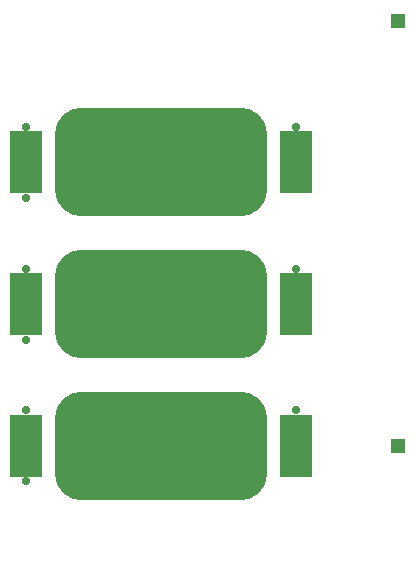
<source format=gbs>
G04*
G04 #@! TF.GenerationSoftware,Altium Limited,Altium Designer,21.7.2 (23)*
G04*
G04 Layer_Color=16711935*
%FSLAX25Y25*%
%MOIN*%
G70*
G04*
G04 #@! TF.SameCoordinates,16A7C8A8-E98D-4737-908B-F8D707F188AB*
G04*
G04*
G04 #@! TF.FilePolarity,Negative*
G04*
G01*
G75*
%ADD48C,0.02800*%
%ADD49R,0.04737X0.04737*%
G04:AMPARAMS|DCode=50|XSize=708.79mil|YSize=362.33mil|CornerRadius=92.58mil|HoleSize=0mil|Usage=FLASHONLY|Rotation=180.000|XOffset=0mil|YOffset=0mil|HoleType=Round|Shape=RoundedRectangle|*
%AMROUNDEDRECTD50*
21,1,0.70879,0.17717,0,0,180.0*
21,1,0.52362,0.36233,0,0,180.0*
1,1,0.18517,-0.26181,0.08858*
1,1,0.18517,0.26181,0.08858*
1,1,0.18517,0.26181,-0.08858*
1,1,0.18517,-0.26181,-0.08858*
%
%ADD50ROUNDEDRECTD50*%
%ADD51R,0.10642X0.20879*%
D48*
X109740Y153958D02*
D03*
X105240Y158458D02*
D03*
Y153958D02*
D03*
Y149458D02*
D03*
X100740Y153958D02*
D03*
X125591Y165349D02*
D03*
X35433Y141732D02*
D03*
Y165354D02*
D03*
X109740Y106714D02*
D03*
X105240Y111214D02*
D03*
Y106714D02*
D03*
Y102214D02*
D03*
X100740Y106714D02*
D03*
X125591Y118105D02*
D03*
X35433Y94488D02*
D03*
Y118110D02*
D03*
X109740Y59470D02*
D03*
X105240Y63970D02*
D03*
Y59470D02*
D03*
Y54970D02*
D03*
X100740Y59470D02*
D03*
X125591Y70861D02*
D03*
X35433Y47244D02*
D03*
Y70866D02*
D03*
D49*
X159449Y200815D02*
D03*
Y59083D02*
D03*
D50*
X80512Y153543D02*
D03*
Y106299D02*
D03*
Y59055D02*
D03*
D51*
X125591Y153543D02*
D03*
X35433D02*
D03*
X125591Y106299D02*
D03*
X35433D02*
D03*
X125591Y59055D02*
D03*
X35433D02*
D03*
M02*

</source>
